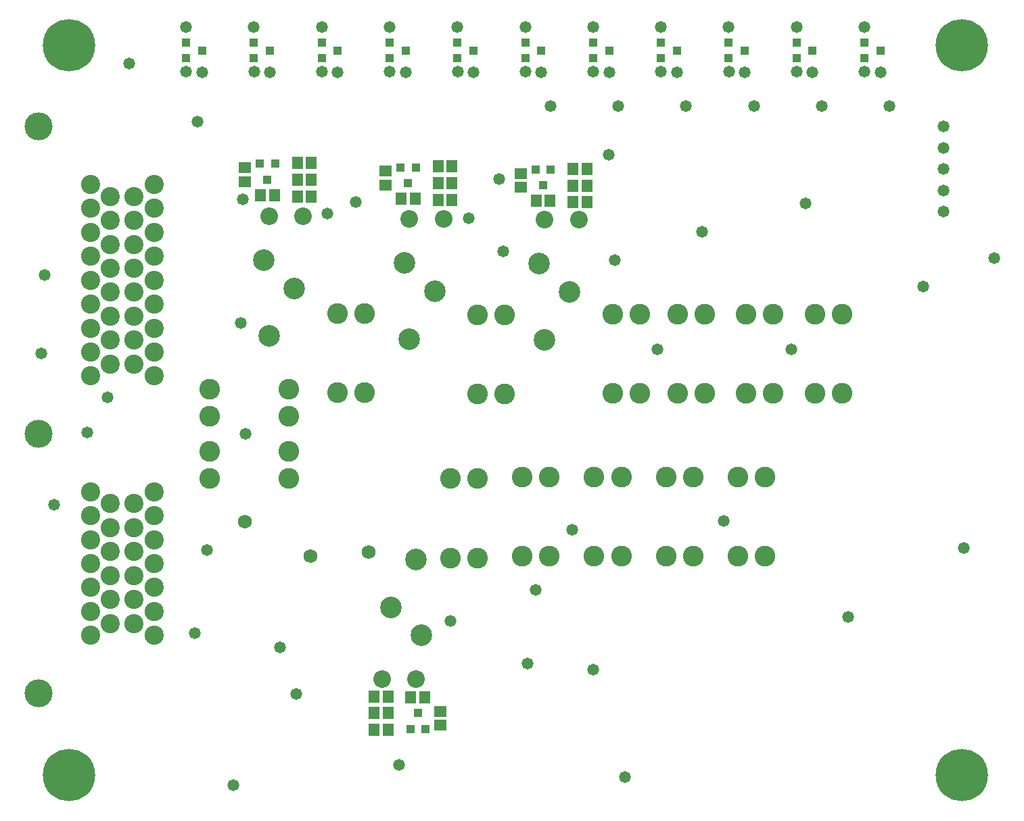
<source format=gbr>
%TF.GenerationSoftware,Altium Limited,Altium Designer,19.0.10 (269)*%
G04 Layer_Color=16711935*
%FSLAX26Y26*%
%MOIN*%
%TF.FileFunction,Soldermask,Bot*%
%TF.Part,Single*%
G01*
G75*
%TA.AperFunction,SMDPad,CuDef*%
%ADD38R,0.039496X0.043433*%
%ADD39R,0.053276X0.061150*%
%ADD40R,0.061150X0.053276*%
%ADD41R,0.043433X0.039496*%
%TA.AperFunction,ComponentPad*%
%ADD42C,0.102488*%
%ADD43C,0.094614*%
%ADD44C,0.137921*%
%TA.AperFunction,ViaPad*%
%ADD45C,0.068000*%
%ADD46C,0.258000*%
%TA.AperFunction,ComponentPad*%
%ADD47C,0.106425*%
%ADD48C,0.086740*%
%TA.AperFunction,ViaPad*%
%ADD49C,0.058000*%
D38*
X1241149Y3316370D02*
D03*
X1315953D02*
D03*
X1278551Y3237630D02*
D03*
X1934858Y3299369D02*
D03*
X2009661D02*
D03*
X1972259Y3220629D02*
D03*
X2599598Y3288370D02*
D03*
X2674401D02*
D03*
X2637000Y3209630D02*
D03*
X2057580Y527630D02*
D03*
X1982777D02*
D03*
X2020179Y606370D02*
D03*
D39*
X1495000Y3155000D02*
D03*
X1426102D02*
D03*
X1495000Y3320000D02*
D03*
X1426102D02*
D03*
X1245102Y3161000D02*
D03*
X1314000D02*
D03*
X1495000Y3237500D02*
D03*
X1426102D02*
D03*
X2188708Y3137999D02*
D03*
X2119811D02*
D03*
X2188708Y3302999D02*
D03*
X2119811D02*
D03*
X1938811Y3143999D02*
D03*
X2007708D02*
D03*
X2188708Y3220499D02*
D03*
X2119811D02*
D03*
X1803730Y689000D02*
D03*
X1872627D02*
D03*
X1803730Y524000D02*
D03*
X1872627D02*
D03*
X2053627Y683000D02*
D03*
X1984730D02*
D03*
X1803730Y606500D02*
D03*
X1872627D02*
D03*
X2853449Y3127000D02*
D03*
X2784551D02*
D03*
X2853449Y3292000D02*
D03*
X2784551D02*
D03*
Y3209500D02*
D03*
X2853449D02*
D03*
X2672449Y3133000D02*
D03*
X2603551D02*
D03*
D40*
X1168551Y3228551D02*
D03*
Y3297449D02*
D03*
X1862259Y3211551D02*
D03*
Y3280448D02*
D03*
X2130179Y615449D02*
D03*
Y546551D02*
D03*
X2527000Y3269449D02*
D03*
Y3200551D02*
D03*
D41*
X1291063Y3875725D02*
D03*
X1212323Y3913127D02*
D03*
Y3838324D02*
D03*
X956772Y3875725D02*
D03*
X878032Y3913127D02*
D03*
Y3838324D02*
D03*
X1625353Y3875725D02*
D03*
X1546613Y3913127D02*
D03*
Y3838324D02*
D03*
X3296806Y3875725D02*
D03*
X3218066Y3913127D02*
D03*
Y3838324D02*
D03*
X2962516Y3875725D02*
D03*
X2883776Y3913127D02*
D03*
Y3838324D02*
D03*
X2628225Y3875725D02*
D03*
X2549485Y3913127D02*
D03*
Y3838324D02*
D03*
X2293935Y3875725D02*
D03*
X2215194Y3913127D02*
D03*
Y3838324D02*
D03*
X1959644Y3875725D02*
D03*
X1880904Y3913127D02*
D03*
Y3838324D02*
D03*
X4299678Y3875725D02*
D03*
X4220938Y3913127D02*
D03*
Y3838324D02*
D03*
X3965388Y3875725D02*
D03*
X3886647Y3913127D02*
D03*
Y3838324D02*
D03*
X3631097Y3875725D02*
D03*
X3552357Y3913127D02*
D03*
Y3838324D02*
D03*
D42*
X1385551Y1765000D02*
D03*
X995000D02*
D03*
X1385551Y1898858D02*
D03*
X995000D02*
D03*
Y2203780D02*
D03*
X1385551D02*
D03*
X995000Y2069921D02*
D03*
X1385551D02*
D03*
X1624843Y2186206D02*
D03*
Y2576757D02*
D03*
X1758701Y2186206D02*
D03*
Y2576757D02*
D03*
X2313490Y2181724D02*
D03*
Y2572276D02*
D03*
X2447348Y2181724D02*
D03*
Y2572276D02*
D03*
X2979165Y2183724D02*
D03*
Y2574276D02*
D03*
X3113023Y2183724D02*
D03*
Y2574276D02*
D03*
X3299361Y2184449D02*
D03*
Y2575000D02*
D03*
X3433220Y2184449D02*
D03*
Y2575000D02*
D03*
X3638246Y2184724D02*
D03*
Y2575276D02*
D03*
X3772104Y2184724D02*
D03*
Y2575276D02*
D03*
X3978379Y2184898D02*
D03*
Y2575450D02*
D03*
X4112237Y2184898D02*
D03*
Y2575450D02*
D03*
X3731237Y1771450D02*
D03*
Y1380898D02*
D03*
X3597378Y1771450D02*
D03*
Y1380898D02*
D03*
X3376886Y1771000D02*
D03*
Y1380449D02*
D03*
X3243028Y1771000D02*
D03*
Y1380449D02*
D03*
X3022570Y1771450D02*
D03*
Y1380898D02*
D03*
X2888712Y1771450D02*
D03*
Y1380898D02*
D03*
X2667701Y1771757D02*
D03*
Y1381206D02*
D03*
X2533843Y1771757D02*
D03*
Y1381206D02*
D03*
X2313314Y1763253D02*
D03*
Y1372702D02*
D03*
X2179456Y1763253D02*
D03*
Y1372702D02*
D03*
D43*
X720866Y2269685D02*
D03*
Y2387795D02*
D03*
Y2505905D02*
D03*
Y2624016D02*
D03*
Y2742126D02*
D03*
Y2860236D02*
D03*
Y2978347D02*
D03*
Y3096457D02*
D03*
Y3214567D02*
D03*
X622441Y2328740D02*
D03*
Y2446850D02*
D03*
Y2564961D02*
D03*
Y2683071D02*
D03*
Y2801181D02*
D03*
Y2919291D02*
D03*
Y3037402D02*
D03*
Y3155512D02*
D03*
X504331Y2328740D02*
D03*
Y2446850D02*
D03*
Y2564961D02*
D03*
Y2683071D02*
D03*
Y2801181D02*
D03*
Y2919291D02*
D03*
Y3037402D02*
D03*
Y3155512D02*
D03*
X405906Y2269685D02*
D03*
Y2387795D02*
D03*
Y2505905D02*
D03*
Y2624016D02*
D03*
Y2742126D02*
D03*
Y2860236D02*
D03*
Y2978347D02*
D03*
Y3096457D02*
D03*
Y3214567D02*
D03*
Y1698819D02*
D03*
Y1580709D02*
D03*
Y1462599D02*
D03*
Y1344488D02*
D03*
Y1226378D02*
D03*
Y1108268D02*
D03*
Y990158D02*
D03*
X504331Y1639764D02*
D03*
Y1521654D02*
D03*
Y1403543D02*
D03*
Y1285433D02*
D03*
Y1167323D02*
D03*
Y1049213D02*
D03*
X622441Y1639764D02*
D03*
Y1521654D02*
D03*
Y1403543D02*
D03*
Y1285433D02*
D03*
Y1167323D02*
D03*
Y1049213D02*
D03*
X720866Y1698819D02*
D03*
Y1580709D02*
D03*
Y1462599D02*
D03*
Y1344488D02*
D03*
Y1226378D02*
D03*
Y1108268D02*
D03*
Y990158D02*
D03*
D44*
X150000Y704724D02*
D03*
Y1984252D02*
D03*
Y3500000D02*
D03*
D45*
X1166000Y1552000D02*
D03*
X1777000Y1401000D02*
D03*
X1490000Y1380000D02*
D03*
D46*
X4700000Y300000D02*
D03*
Y3900000D02*
D03*
X300000D02*
D03*
Y300000D02*
D03*
D47*
X2644656Y2449512D02*
D03*
X2619065Y2823528D02*
D03*
X2768671Y2685732D02*
D03*
X1979001Y2452449D02*
D03*
X1953410Y2826465D02*
D03*
X2103016Y2688670D02*
D03*
X1286000Y2466449D02*
D03*
X1260410Y2840465D02*
D03*
X1410016Y2702669D02*
D03*
X2011929Y1364551D02*
D03*
X2037520Y990535D02*
D03*
X1887913Y1128331D02*
D03*
D48*
X2813947Y3040063D02*
D03*
X2644656D02*
D03*
X2148292Y3043001D02*
D03*
X1979001D02*
D03*
X1455292Y3057000D02*
D03*
X1286000D02*
D03*
X1842638Y774000D02*
D03*
X2011929D02*
D03*
D49*
X1574330Y3071330D02*
D03*
X2961000Y3361000D02*
D03*
X2990000Y2840465D02*
D03*
X1157000Y3142294D02*
D03*
X1713000Y3127000D02*
D03*
X2422000Y3241000D02*
D03*
X934000Y3524000D02*
D03*
X3528000Y1553000D02*
D03*
X2272371Y3048999D02*
D03*
X164695Y2380000D02*
D03*
X180000Y2769010D02*
D03*
X4344456Y3600000D02*
D03*
X3342396D02*
D03*
X597000Y3810000D02*
D03*
X4860000Y2850000D02*
D03*
X227000Y1634278D02*
D03*
X490000Y2162952D02*
D03*
X390000Y1990000D02*
D03*
X3860000Y2400000D02*
D03*
X3202201D02*
D03*
X2780726Y1510000D02*
D03*
X4710000Y1420000D02*
D03*
X4510000Y2710000D02*
D03*
X3930000Y3120000D02*
D03*
X3420000Y2980000D02*
D03*
X2440000Y2884821D02*
D03*
X1170000Y1984252D02*
D03*
X1146000Y2530000D02*
D03*
X980000Y1410000D02*
D03*
X920000Y1000000D02*
D03*
X1340000Y930000D02*
D03*
X2180000Y1060000D02*
D03*
X1420000Y700000D02*
D03*
X2601000Y1215000D02*
D03*
X2560000Y850000D02*
D03*
X2883776Y820000D02*
D03*
X4140000Y1080000D02*
D03*
X3040000Y290000D02*
D03*
X1928000Y352000D02*
D03*
X1110000Y250000D02*
D03*
X3965388Y3768482D02*
D03*
X1959644D02*
D03*
X1625353D02*
D03*
X1881888Y3770726D02*
D03*
X4610000Y3080000D02*
D03*
Y3185000D02*
D03*
Y3290000D02*
D03*
Y3395000D02*
D03*
Y3500000D02*
D03*
X4010977Y3600000D02*
D03*
X3676686D02*
D03*
X3296806Y3768482D02*
D03*
X3008105Y3600000D02*
D03*
X2673814D02*
D03*
X1291063Y3768482D02*
D03*
X1212323Y3989740D02*
D03*
X1213307Y3770726D02*
D03*
X1546613Y3989740D02*
D03*
X1547597Y3770726D02*
D03*
X3631097Y3768482D02*
D03*
X3552357Y3989740D02*
D03*
X3553341Y3770726D02*
D03*
X3886647Y3989740D02*
D03*
X3887632Y3770726D02*
D03*
X4299678Y3768482D02*
D03*
X4220938Y3989740D02*
D03*
X4221922Y3770726D02*
D03*
X1880904Y3989740D02*
D03*
X2293935Y3768482D02*
D03*
X2215194Y3989740D02*
D03*
X2216179Y3770726D02*
D03*
X2628225Y3768482D02*
D03*
X2549485Y3989740D02*
D03*
X2550469Y3770726D02*
D03*
X2962516Y3768482D02*
D03*
X2883776Y3989740D02*
D03*
X2884760Y3770726D02*
D03*
X3218066Y3989740D02*
D03*
X3219050Y3770726D02*
D03*
X956772Y3768482D02*
D03*
X878032Y3989740D02*
D03*
X879016Y3770726D02*
D03*
%TF.MD5,b9aab3a845cafe069da2d19a5ede177f*%
M02*

</source>
